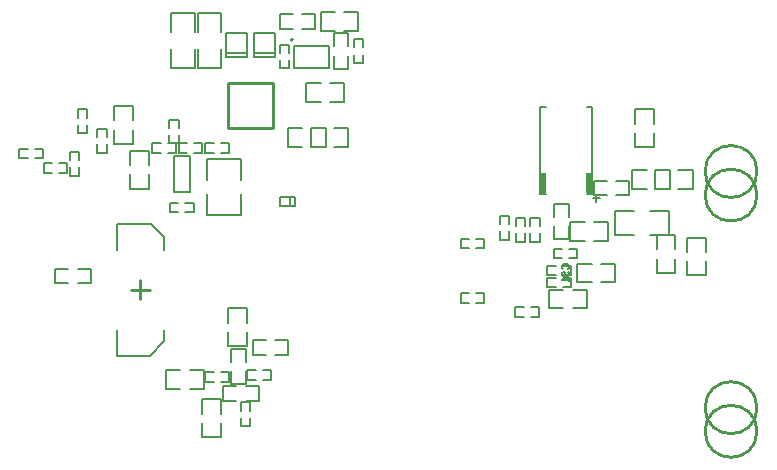
<source format=gbo>
G04*
G04 #@! TF.GenerationSoftware,Altium Limited,Altium Designer,18.0.11 (651)*
G04*
G04 Layer_Color=13010237*
%FSLAX44Y44*%
%MOMM*%
G71*
G01*
G75*
%ADD12C,0.2000*%
%ADD13C,0.2540*%
%ADD14C,0.1500*%
%ADD17R,0.5000X1.8000*%
%ADD175R,0.5000X1.7500*%
D12*
X279000Y471500D02*
G03*
X279000Y471500I-1000J0D01*
G01*
X130000Y293875D02*
Y315875D01*
X159000D01*
X170000Y293875D02*
Y304875D01*
X159000Y315875D02*
X170000Y304875D01*
X158000Y204125D02*
X170000Y216125D01*
Y226125D01*
X130000Y204125D02*
X158000D01*
X130000D02*
Y226125D01*
X178350Y342420D02*
X191558D01*
X178350D02*
Y372900D01*
X191558D01*
Y342420D02*
Y372900D01*
X280000Y447500D02*
X310000D01*
Y466500D01*
X280000D02*
X310000D01*
X280000Y447500D02*
Y466500D01*
X488500Y341000D02*
Y415000D01*
X532500Y341000D02*
Y415000D01*
X488500Y341000D02*
X493000D01*
X528000D02*
X532500D01*
X488500Y415000D02*
X493000D01*
X528000D02*
X532500D01*
X536000Y334500D02*
Y340500D01*
X533000Y337500D02*
X539000Y337500D01*
X276500Y330500D02*
Y338500D01*
X268000Y330500D02*
X281000D01*
X268000D02*
Y334500D01*
X281000Y330500D02*
Y334500D01*
X268000D02*
Y338500D01*
X281000Y334500D02*
Y338500D01*
X268000D02*
X281000D01*
D13*
X672000Y140000D02*
G03*
X672000Y140000I-22000J0D01*
G01*
X672000Y160000D02*
G03*
X672000Y160000I-22000J0D01*
G01*
Y340000D02*
G03*
X672000Y340000I-22000J0D01*
G01*
X672000Y360000D02*
G03*
X672000Y360000I-22000J0D01*
G01*
X262000Y397000D02*
Y435000D01*
X224000D02*
X262000D01*
X224000Y397000D02*
Y435000D01*
Y397000D02*
X262000D01*
X150000Y252000D02*
Y268000D01*
X142000Y260000D02*
X158000D01*
D14*
X294000Y380500D02*
Y396500D01*
X326000Y380500D02*
Y396500D01*
X294000Y380500D02*
X306000D01*
X314000D02*
X326000D01*
X294000Y396500D02*
X306000D01*
X314000D02*
X326000D01*
X275000Y380500D02*
Y396500D01*
X307000Y380500D02*
Y396500D01*
X275000Y380500D02*
X287000D01*
X295000D02*
X307000D01*
X275000Y396500D02*
X287000D01*
X295000D02*
X307000D01*
X520000Y266000D02*
Y282000D01*
X552000Y266000D02*
Y282000D01*
X520000Y266000D02*
X532000D01*
X540000D02*
X552000D01*
X520000Y282000D02*
X532000D01*
X540000D02*
X552000D01*
X314000Y447000D02*
X326000D01*
X314000Y477000D02*
X326000D01*
Y447000D02*
Y458000D01*
Y466000D02*
Y477000D01*
X314000Y447000D02*
Y458000D01*
Y466000D02*
Y477000D01*
X78000Y265500D02*
Y277500D01*
X108000Y265500D02*
Y277500D01*
X78000Y265500D02*
X89000D01*
X97000D02*
X108000D01*
X78000Y277500D02*
X89000D01*
X97000D02*
X108000D01*
X587000Y274000D02*
X603000D01*
X587000Y306000D02*
X603000D01*
Y274000D02*
Y286000D01*
Y294000D02*
Y306000D01*
X587000Y274000D02*
Y286000D01*
Y294000D02*
Y306000D01*
X239000Y178000D02*
X250000D01*
X220000D02*
X231000D01*
X239000Y166000D02*
X250000D01*
X220000D02*
X231000D01*
X250000D02*
Y178000D01*
X220000Y166000D02*
Y178000D01*
X206000Y370500D02*
X235500D01*
Y353000D02*
Y370500D01*
X205990Y353000D02*
X206000Y370500D01*
X235500Y323500D02*
X235510Y341000D01*
X206000Y323500D02*
Y341000D01*
Y323500D02*
X235500D01*
X500500Y332500D02*
X512500D01*
X500500Y302500D02*
X512500D01*
X500500Y321500D02*
Y332500D01*
Y302500D02*
Y313500D01*
X512500Y321500D02*
Y332500D01*
Y302500D02*
Y313500D01*
X514000Y301500D02*
Y317500D01*
X546000Y301500D02*
Y317500D01*
X514000Y301500D02*
X526000D01*
X534000D02*
X546000D01*
X514000Y317500D02*
X526000D01*
X534000D02*
X546000D01*
X488000Y300500D02*
Y307500D01*
Y313500D02*
Y320500D01*
X480000Y300500D02*
Y307500D01*
Y313500D02*
Y320500D01*
Y300500D02*
X488000D01*
X480000Y320500D02*
X488000D01*
X160000Y376000D02*
X167000D01*
X173000D02*
X180000D01*
X160000Y384000D02*
X167000D01*
X173000D02*
X180000D01*
X160000Y376000D02*
Y384000D01*
X180000Y376000D02*
Y384000D01*
X141000Y345500D02*
X157000D01*
X141000Y377500D02*
X157000D01*
Y345500D02*
Y357500D01*
Y365500D02*
Y377500D01*
X141000Y345500D02*
Y357500D01*
Y365500D02*
Y377500D01*
X454000Y315250D02*
Y322250D01*
Y302250D02*
Y309250D01*
X462000Y315250D02*
Y322250D01*
Y302250D02*
Y309250D01*
X454000Y322250D02*
X462000D01*
X454000Y302250D02*
X462000D01*
X60500Y379000D02*
X67500D01*
X47500D02*
X54500D01*
X60500Y371000D02*
X67500D01*
X47500D02*
X54500D01*
X67500D02*
Y379000D01*
X47500Y371000D02*
Y379000D01*
X90000Y369500D02*
Y376500D01*
Y356500D02*
Y363500D01*
X98000Y369500D02*
Y376500D01*
Y356500D02*
Y363500D01*
X90000Y376500D02*
X98000D01*
X90000Y356500D02*
X98000D01*
X480500Y245000D02*
X487500D01*
X467500D02*
X474500D01*
X480500Y237000D02*
X487500D01*
X467500D02*
X474500D01*
X487500D02*
Y245000D01*
X467500Y237000D02*
Y245000D01*
X507500Y270000D02*
X514500D01*
X494500D02*
X501500D01*
X507500Y262000D02*
X514500D01*
X494500D02*
X501500D01*
X514500D02*
Y270000D01*
X494500Y262000D02*
Y270000D01*
X441000Y295250D02*
Y303250D01*
X421000Y295250D02*
Y303250D01*
X434000D02*
X441000D01*
X421000D02*
X428000D01*
X434000Y295250D02*
X441000D01*
X421000D02*
X428000D01*
X421000Y248750D02*
X428000D01*
X434000D02*
X441000D01*
X421000Y256750D02*
X428000D01*
X434000D02*
X441000D01*
X421000Y248750D02*
Y256750D01*
X441000Y248750D02*
Y256750D01*
X500000Y286750D02*
Y294750D01*
X520000Y286750D02*
Y294750D01*
X500000Y286750D02*
X507000D01*
X513000D02*
X520000D01*
X500000Y294750D02*
X507000D01*
X513000D02*
X520000D01*
X205000Y376000D02*
X212000D01*
X218000D02*
X225000D01*
X205000Y384000D02*
X212000D01*
X218000D02*
X225000D01*
X205000Y376000D02*
Y384000D01*
X225000Y376000D02*
Y384000D01*
X227000Y180000D02*
X239000D01*
X227000Y210000D02*
X239000D01*
Y180000D02*
Y191000D01*
Y199000D02*
Y210000D01*
X227000Y180000D02*
Y191000D01*
Y199000D02*
Y210000D01*
X182500Y384000D02*
Y391000D01*
Y397000D02*
Y404000D01*
X174500Y384000D02*
Y391000D01*
Y397000D02*
Y404000D01*
Y384000D02*
X182500D01*
X174500Y404000D02*
X182500D01*
X202250Y376000D02*
Y384000D01*
X182250Y376000D02*
Y384000D01*
X195250D02*
X202250D01*
X182250D02*
X189250D01*
X195250Y376000D02*
X202250D01*
X182250D02*
X189250D01*
X113500Y396000D02*
X121500D01*
X113500Y376000D02*
X121500D01*
X113500Y389000D02*
Y396000D01*
Y376000D02*
Y383000D01*
X121500Y389000D02*
Y396000D01*
Y376000D02*
Y383000D01*
X551500Y306500D02*
Y326500D01*
X597500Y306500D02*
Y326500D01*
X551500Y306500D02*
X567500D01*
X581500D02*
X597500D01*
X551500Y326500D02*
X567500D01*
X581500D02*
X597500D01*
X507500Y280000D02*
X514500D01*
X494500D02*
X501500D01*
X507500Y272000D02*
X514500D01*
X494500D02*
X501500D01*
X514500D02*
Y280000D01*
X494500Y272000D02*
Y280000D01*
X467750Y313500D02*
Y320500D01*
Y300500D02*
Y307500D01*
X475750Y313500D02*
Y320500D01*
Y300500D02*
Y307500D01*
X467750Y320500D02*
X475750D01*
X467750Y300500D02*
X475750D01*
X566500Y345500D02*
X578500D01*
X586500D02*
X598500D01*
X566500Y361500D02*
X578500D01*
X586500D02*
X598500D01*
X566500Y345500D02*
Y361500D01*
X598500Y345500D02*
Y361500D01*
X81000Y367000D02*
X88000D01*
X68000D02*
X75000D01*
X81000Y359000D02*
X88000D01*
X68000D02*
X75000D01*
X88000D02*
Y367000D01*
X68000Y359000D02*
Y367000D01*
X188000Y333500D02*
X195000D01*
X175000D02*
X182000D01*
X188000Y325500D02*
X195000D01*
X175000D02*
X182000D01*
X195000D02*
Y333500D01*
X175000Y325500D02*
Y333500D01*
X564000Y340000D02*
Y352000D01*
X534000Y340000D02*
Y352000D01*
X553000D02*
X564000D01*
X534000D02*
X545000D01*
X553000Y340000D02*
X564000D01*
X534000D02*
X545000D01*
X496000Y244000D02*
Y260000D01*
X528000Y244000D02*
Y260000D01*
X496000Y244000D02*
X508000D01*
X516000D02*
X528000D01*
X496000Y260000D02*
X508000D01*
X516000D02*
X528000D01*
X310500Y435000D02*
X322500D01*
X290500D02*
X302500D01*
X310500Y419000D02*
X322500D01*
X290500D02*
X302500D01*
X322500D02*
Y435000D01*
X290500Y419000D02*
Y435000D01*
X268000Y481000D02*
X279000D01*
X287000D02*
X298000D01*
X268000Y493000D02*
X279000D01*
X287000D02*
X298000D01*
X268000Y481000D02*
Y493000D01*
X298000Y481000D02*
Y493000D01*
X222500Y460500D02*
X240500D01*
X222500Y456500D02*
X240500D01*
X222500D02*
Y477500D01*
X240500D01*
Y456500D02*
Y477500D01*
X246000Y460500D02*
X264000D01*
X246000Y456500D02*
X264000D01*
X246000D02*
Y477500D01*
X264000D01*
Y456500D02*
Y477500D01*
X198500Y448000D02*
X218500D01*
X198500Y494000D02*
X218500D01*
Y448000D02*
Y464000D01*
Y478000D02*
Y494000D01*
X198500Y448000D02*
Y464000D01*
Y478000D02*
Y494000D01*
X322500Y495000D02*
X334500D01*
X302500D02*
X314500D01*
X322500Y479000D02*
X334500D01*
X302500D02*
X314500D01*
X334500D02*
Y495000D01*
X302500Y479000D02*
Y495000D01*
X176000Y494000D02*
X196000D01*
X176000Y448000D02*
X196000D01*
X176000Y478000D02*
Y494000D01*
Y448000D02*
Y464000D01*
X196000Y478000D02*
Y494000D01*
Y448000D02*
Y464000D01*
X268000Y467500D02*
X276000D01*
X268000Y447500D02*
X276000D01*
X268000Y460500D02*
Y467500D01*
Y447500D02*
Y454500D01*
X276000Y460500D02*
Y467500D01*
Y447500D02*
Y454500D01*
X605500Y361500D02*
X617500D01*
X585500D02*
X597500D01*
X605500Y345500D02*
X617500D01*
X585500D02*
X597500D01*
X617500D02*
Y361500D01*
X585500Y345500D02*
Y361500D01*
X275000Y205000D02*
Y217000D01*
X245000Y205000D02*
Y217000D01*
X264000D02*
X275000D01*
X245000D02*
X256000D01*
X264000Y205000D02*
X275000D01*
X245000D02*
X256000D01*
X203750Y175500D02*
Y191500D01*
X171750Y175500D02*
Y191500D01*
X191750D02*
X203750D01*
X171750D02*
X183750D01*
X191750Y175500D02*
X203750D01*
X171750D02*
X183750D01*
X205000Y182000D02*
X212000D01*
X218000D02*
X225000D01*
X205000Y190000D02*
X212000D01*
X218000D02*
X225000D01*
X205000Y182000D02*
Y190000D01*
X225000Y182000D02*
Y190000D01*
X235000Y157500D02*
Y164500D01*
Y144500D02*
Y151500D01*
X243000Y157500D02*
Y164500D01*
Y144500D02*
Y151500D01*
X235000Y164500D02*
X243000D01*
X235000Y144500D02*
X243000D01*
X240500Y183500D02*
X247500D01*
X253500D02*
X260500D01*
X240500Y191500D02*
X247500D01*
X253500D02*
X260500D01*
X240500Y183500D02*
Y191500D01*
X260500Y183500D02*
Y191500D01*
X224000Y212000D02*
X240000D01*
X224000Y244000D02*
X240000D01*
Y212000D02*
Y224000D01*
Y232000D02*
Y244000D01*
X224000Y212000D02*
Y224000D01*
Y232000D02*
Y244000D01*
X202000Y167000D02*
X218000D01*
X202000Y135000D02*
X218000D01*
X202000Y155000D02*
Y167000D01*
Y135000D02*
Y147000D01*
X218000Y155000D02*
Y167000D01*
Y135000D02*
Y147000D01*
X612500Y304000D02*
X628500D01*
X612500Y272000D02*
X628500D01*
X612500Y292000D02*
Y304000D01*
Y272000D02*
Y284000D01*
X628500Y292000D02*
Y304000D01*
Y272000D02*
Y284000D01*
X568500Y400500D02*
Y412500D01*
Y380500D02*
Y392500D01*
X584500Y400500D02*
Y412500D01*
Y380500D02*
Y392500D01*
X568500Y412500D02*
X584500D01*
X568500Y380500D02*
X584500D01*
X330500Y452000D02*
X338500D01*
X330500Y472000D02*
X338500D01*
Y452000D02*
Y459000D01*
Y465000D02*
Y472000D01*
X330500Y452000D02*
Y459000D01*
Y465000D02*
Y472000D01*
X97000Y412500D02*
X105000D01*
X97000Y392500D02*
X105000D01*
X97000Y405500D02*
Y412500D01*
Y392500D02*
Y399500D01*
X105000Y405500D02*
Y412500D01*
Y392500D02*
Y399500D01*
X127500Y403500D02*
Y415500D01*
Y383500D02*
Y395500D01*
X143500Y403500D02*
Y415500D01*
Y383500D02*
Y395500D01*
X127500Y415500D02*
X143500D01*
X127500Y383500D02*
X143500D01*
X507761Y277240D02*
X506761Y278240D01*
Y280239D01*
X507761Y281239D01*
X511759D01*
X512759Y280239D01*
Y278240D01*
X511759Y277240D01*
Y275241D02*
X512759Y274241D01*
Y272242D01*
X511759Y271242D01*
X507761D01*
X506761Y272242D01*
Y274241D01*
X507761Y275241D01*
X508760D01*
X509760Y274241D01*
Y271242D01*
X512759Y269243D02*
Y267243D01*
Y268243D01*
X506761D01*
X507761Y269243D01*
D17*
X530000Y350000D02*
D03*
D175*
X491000Y350250D02*
D03*
M02*

</source>
